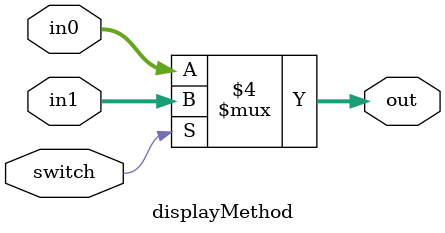
<source format=sv>
module displayMethod(
    input logic [7:0] in0,
	 input logic [7:0] in1,
    input logic switch,
    output logic [7:0] out
);


    always_comb begin
        if (!switch)
            out = in0;
        else
            out = in1;
    end
endmodule

</source>
